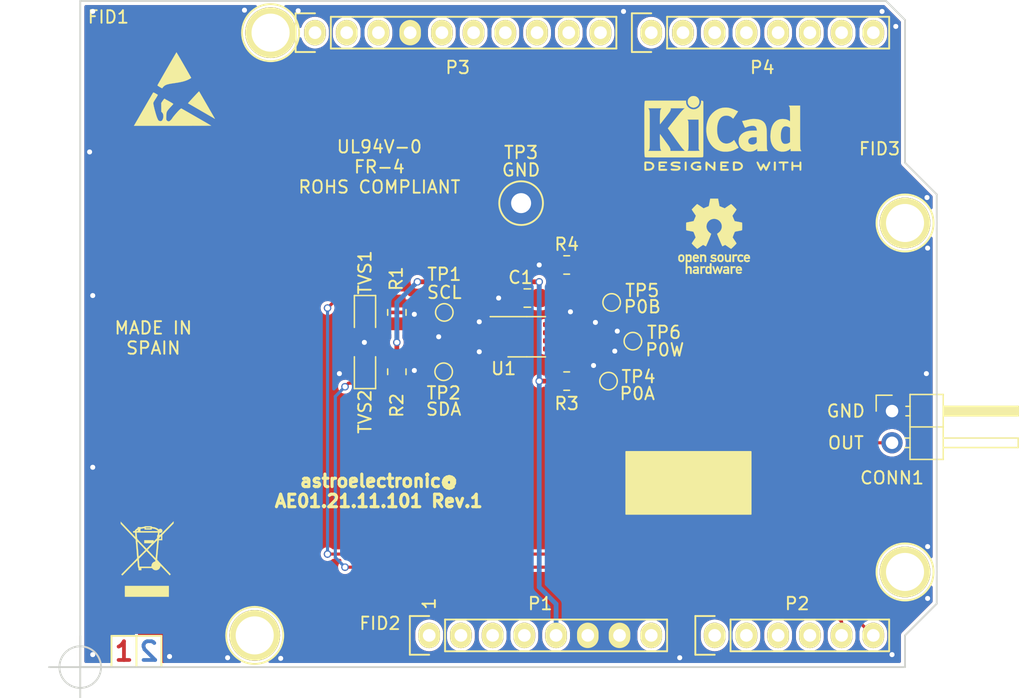
<source format=kicad_pcb>
(kicad_pcb (version 20171130) (host pcbnew 5.1.7-a382d34a8~87~ubuntu16.04.1)
  (title_block (title "MCP4531T-103E/MS I2C digital potentiometer") (date 2020-11-04) (rev 1) (company astroelectronic@))
  (layers (0 F.Cu signal) (31 B.Cu signal) (34 B.Paste user) (35 F.Paste user) (36 B.SilkS user) (37 F.SilkS user) (38 B.Mask user) (39 F.Mask user) (44 Edge.Cuts user))
  (net 0 "")
  (net 1 /IOREF)
  (net 2 /Reset)
  (net 3 +5V)
  (net 4 GND)
  (net 5 /Vin)
  (net 6 /A0)
  (net 7 /A1)
  (net 8 /A2)
  (net 9 /A3)
  (net 10 /AREF)
  (net 11 "/A4(SDA)")
  (net 12 "/A5(SCL)")
  (net 13 "/9(**)")
  (net 14 /8)
  (net 15 /7)
  (net 16 "/6(**)")
  (net 17 "/5(**)")
  (net 18 /4)
  (net 19 "/3(**)")
  (net 20 /2)
  (net 21 "/1(Tx)")
  (net 22 "/0(Rx)")
  (net 23 "Net-(P5-Pad1)")
  (net 24 "Net-(P6-Pad1)")
  (net 25 "Net-(P7-Pad1)")
  (net 26 "Net-(P8-Pad1)")
  (net 27 "/13(SCK)")
  (net 28 "/10(**/SS)")
  (net 29 "Net-(P1-Pad1)")
  (net 30 +3V3)
  (net 31 "/12(MISO)")
  (net 32 "/11(**/MOSI)")
  (net 33 /P0A)
  (net 34 /P0B)
  (net 35 /P0W)
  (module Symbol:KiCad-Logo2_5mm_SilkScreen (layer F.Cu) (at 162.448 83.615)
    (fp_text reference REF** hide)
    (fp_text value KiCad-Logo2_5mm_SilkScreen hide)
  )
  (module Symbol:WEEE-Logo_4.2x6mm_SilkScreen (layer F.Cu) (at 116.348 117.715)
    (fp_text reference REF** hide)
    (fp_text value WEEE-Logo_4.2x6mm_SilkScreen hide)
  )
  (module Symbol:OSHW-Logo_5.7x6mm_SilkScreen (layer F.Cu) (at 161.748 91.865)
    (fp_text reference REF** hide)
    (fp_text value OSHW-Logo_5.7x6mm_SilkScreen hide)
  )
  (module Symbol:ESD-Logo_6.6x6mm_SilkScreen (layer F.Cu) (at 118.548 80.065)
    (fp_text reference REF** hide)
    (fp_text value ESD-Logo_6.6x6mm_SilkScreen hide)
  )
  (module Socket_Arduino_Uno:Socket_Strip_Arduino_1x08 (layer F.Cu) (at 138.938 123.825)
    (fp_text reference P1 (at 8.89 -2.54) (layer F.SilkS))
    (fp_text value Power)
    (pad 1 thru_hole oval (at 0 0) (size 1.7272 2.032) (drill 1.016) (layers *.Cu *.Mask F.SilkS) (net 29 "Net-(P1-Pad1)"))
    (pad 2 thru_hole oval (at 2.54 0) (size 1.7272 2.032) (drill 1.016) (layers *.Cu *.Mask F.SilkS) (net 1 /IOREF))
    (pad 3 thru_hole oval (at 5.08 0) (size 1.7272 2.032) (drill 1.016) (layers *.Cu *.Mask F.SilkS) (net 2 /Reset))
    (pad 4 thru_hole oval (at 7.62 0) (size 1.7272 2.032) (drill 1.016) (layers *.Cu *.Mask F.SilkS) (net 30 +3V3))
    (pad 5 thru_hole oval (at 10.16 0) (size 1.7272 2.032) (drill 1.016) (layers *.Cu *.Mask F.SilkS) (net 3 +5V))
    (pad 6 thru_hole oval (at 12.7 0) (size 1.7272 2.032) (drill 1.016) (layers *.Cu *.Mask F.SilkS) (net 4 GND))
    (pad 7 thru_hole oval (at 15.24 0) (size 1.7272 2.032) (drill 1.016) (layers *.Cu *.Mask F.SilkS) (net 4 GND))
    (pad 8 thru_hole oval (at 17.78 0) (size 1.7272 2.032) (drill 1.016) (layers *.Cu *.Mask F.SilkS) (net 5 /Vin))
  )
  (module Socket_Arduino_Uno:Socket_Strip_Arduino_1x06 (layer F.Cu) (at 161.798 123.825)
    (fp_text reference P2 (at 6.604 -2.54) (layer F.SilkS))
    (fp_text value Analog)
    (pad 1 thru_hole oval (at 0 0) (size 1.7272 2.032) (drill 1.016) (layers *.Cu *.Mask F.SilkS) (net 6 /A0))
    (pad 2 thru_hole oval (at 2.54 0) (size 1.7272 2.032) (drill 1.016) (layers *.Cu *.Mask F.SilkS) (net 7 /A1))
    (pad 3 thru_hole oval (at 5.08 0) (size 1.7272 2.032) (drill 1.016) (layers *.Cu *.Mask F.SilkS) (net 8 /A2))
    (pad 4 thru_hole oval (at 7.62 0) (size 1.7272 2.032) (drill 1.016) (layers *.Cu *.Mask F.SilkS) (net 9 /A3))
    (pad 5 thru_hole oval (at 10.16 0) (size 1.7272 2.032) (drill 1.016) (layers *.Cu *.Mask F.SilkS) (net 11 "/A4(SDA)"))
    (pad 6 thru_hole oval (at 12.7 0) (size 1.7272 2.032) (drill 1.016) (layers *.Cu *.Mask F.SilkS) (net 12 "/A5(SCL)"))
  )
  (module Socket_Arduino_Uno:Socket_Strip_Arduino_1x10 (layer F.Cu) (at 129.794 75.565)
    (fp_text reference P3 (at 11.43 2.794) (layer F.SilkS))
    (fp_text value Digital)
    (pad 1 thru_hole oval (at 0 0) (size 1.7272 2.032) (drill 1.016) (layers *.Cu *.Mask F.SilkS) (net 12 "/A5(SCL)"))
    (pad 2 thru_hole oval (at 2.54 0) (size 1.7272 2.032) (drill 1.016) (layers *.Cu *.Mask F.SilkS) (net 11 "/A4(SDA)"))
    (pad 3 thru_hole oval (at 5.08 0) (size 1.7272 2.032) (drill 1.016) (layers *.Cu *.Mask F.SilkS) (net 10 /AREF))
    (pad 4 thru_hole oval (at 7.62 0) (size 1.7272 2.032) (drill 1.016) (layers *.Cu *.Mask F.SilkS) (net 4 GND))
    (pad 5 thru_hole oval (at 10.16 0) (size 1.7272 2.032) (drill 1.016) (layers *.Cu *.Mask F.SilkS) (net 27 "/13(SCK)"))
    (pad 6 thru_hole oval (at 12.7 0) (size 1.7272 2.032) (drill 1.016) (layers *.Cu *.Mask F.SilkS) (net 31 "/12(MISO)"))
    (pad 7 thru_hole oval (at 15.24 0) (size 1.7272 2.032) (drill 1.016) (layers *.Cu *.Mask F.SilkS) (net 32 "/11(**/MOSI)"))
    (pad 8 thru_hole oval (at 17.78 0) (size 1.7272 2.032) (drill 1.016) (layers *.Cu *.Mask F.SilkS) (net 28 "/10(**/SS)"))
    (pad 9 thru_hole oval (at 20.32 0) (size 1.7272 2.032) (drill 1.016) (layers *.Cu *.Mask F.SilkS) (net 13 "/9(**)"))
    (pad 10 thru_hole oval (at 22.86 0) (size 1.7272 2.032) (drill 1.016) (layers *.Cu *.Mask F.SilkS) (net 14 /8))
  )
  (module Socket_Arduino_Uno:Socket_Strip_Arduino_1x08 (layer F.Cu) (at 156.718 75.565)
    (fp_text reference P4 (at 8.89 2.794) (layer F.SilkS))
    (fp_text value Digital)
    (pad 1 thru_hole oval (at 0 0) (size 1.7272 2.032) (drill 1.016) (layers *.Cu *.Mask F.SilkS) (net 15 /7))
    (pad 2 thru_hole oval (at 2.54 0) (size 1.7272 2.032) (drill 1.016) (layers *.Cu *.Mask F.SilkS) (net 16 "/6(**)"))
    (pad 3 thru_hole oval (at 5.08 0) (size 1.7272 2.032) (drill 1.016) (layers *.Cu *.Mask F.SilkS) (net 17 "/5(**)"))
    (pad 4 thru_hole oval (at 7.62 0) (size 1.7272 2.032) (drill 1.016) (layers *.Cu *.Mask F.SilkS) (net 18 /4))
    (pad 5 thru_hole oval (at 10.16 0) (size 1.7272 2.032) (drill 1.016) (layers *.Cu *.Mask F.SilkS) (net 19 "/3(**)"))
    (pad 6 thru_hole oval (at 12.7 0) (size 1.7272 2.032) (drill 1.016) (layers *.Cu *.Mask F.SilkS) (net 20 /2))
    (pad 7 thru_hole oval (at 15.24 0) (size 1.7272 2.032) (drill 1.016) (layers *.Cu *.Mask F.SilkS) (net 21 "/1(Tx)"))
    (pad 8 thru_hole oval (at 17.78 0) (size 1.7272 2.032) (drill 1.016) (layers *.Cu *.Mask F.SilkS) (net 22 "/0(Rx)"))
  )
  (module Socket_Arduino_Uno:Arduino_1pin (layer F.Cu) (at 124.968 123.825)
    (fp_text reference P5 hide)
    (fp_text value CONN_01X01 hide)
    (pad 1 thru_hole circle (at 0 0) (size 4.064 4.064) (drill 3.048) (layers *.Cu *.Mask F.SilkS) (net 23 "Net-(P5-Pad1)"))
  )
  (module Socket_Arduino_Uno:Arduino_1pin (layer F.Cu) (at 177.038 118.745)
    (fp_text reference P6 hide)
    (fp_text value CONN_01X01 hide)
    (pad 1 thru_hole circle (at 0 0) (size 4.064 4.064) (drill 3.048) (layers *.Cu *.Mask F.SilkS) (net 24 "Net-(P6-Pad1)"))
  )
  (module Socket_Arduino_Uno:Arduino_1pin (layer F.Cu) (at 126.238 75.565)
    (fp_text reference P7 hide)
    (fp_text value CONN_01X01 hide)
    (pad 1 thru_hole circle (at 0 0) (size 4.064 4.064) (drill 3.048) (layers *.Cu *.Mask F.SilkS) (net 25 "Net-(P7-Pad1)"))
  )
  (module Socket_Arduino_Uno:Arduino_1pin (layer F.Cu) (at 177.038 90.805)
    (fp_text reference P8 hide)
    (fp_text value CONN_01X01 hide)
    (pad 1 thru_hole circle (at 0 0) (size 4.064 4.064) (drill 3.048) (layers *.Cu *.Mask F.SilkS) (net 26 "Net-(P8-Pad1)"))
  )
  (module Capacitor_SMD:C_0805_2012Metric (layer F.Cu) (at 146.798 96.815 180)
    (fp_text reference C1 (at 0.55 1.65) (layer F.SilkS))
    (fp_text value 100nF)
    (pad 1 smd roundrect (at -0.95 0 180) (size 1 1.45) (layers F.Cu F.Paste F.Mask) (net 3 +5V))
    (pad 2 smd roundrect (at 0.95 0 180) (size 1 1.45) (layers F.Cu F.Paste F.Mask) (net 4 GND))
  )
  (module Resistor_SMD:R_0805_2012Metric (layer F.Cu) (at 136.348 97.965 90)
    (fp_text reference R1 (at 2.7 -0.05 90) (layer F.SilkS))
    (fp_text value 10k)
    (pad 1 smd roundrect (at -0.9125 0 90) (size 1.025 1.4) (layers F.Cu F.Paste F.Mask) (roundrect_rratio 0.2439014634146341) (net 3 +5V))
    (pad 2 smd roundrect (at 0.9125 0 90) (size 1.025 1.4) (layers F.Cu F.Paste F.Mask) (roundrect_rratio 0.2439014634146341) (net 12 "/A5(SCL)"))
  )
  (module Resistor_SMD:R_0805_2012Metric (layer F.Cu) (at 136.348 102.715 270)
    (fp_text reference R2 (at 2.7 0 90) (layer F.SilkS))
    (fp_text value 10k)
    (pad 2 smd roundrect (at 0.9125 0 270) (size 1.025 1.4) (layers F.Cu F.Paste F.Mask) (roundrect_rratio 0.2439014634146341) (net 11 "/A4(SDA)"))
    (pad 1 smd roundrect (at -0.9125 0 270) (size 1.025 1.4) (layers F.Cu F.Paste F.Mask) (roundrect_rratio 0.2439014634146341) (net 3 +5V))
  )
  (module Resistor_SMD:R_0805_2012Metric (layer F.Cu) (at 149.948 103.465)
    (fp_text reference R3 (at 0 1.8) (layer F.SilkS))
    (fp_text value 10k)
    (pad 2 smd roundrect (at 0.9125 0) (size 1.025 1.4) (layers F.Cu F.Paste F.Mask) (roundrect_rratio 0.2439014634146341) (net 33 /P0A))
    (pad 1 smd roundrect (at -0.9125 0) (size 1.025 1.4) (layers F.Cu F.Paste F.Mask) (roundrect_rratio 0.2439014634146341) (net 3 +5V))
  )
  (module Resistor_SMD:R_0805_2012Metric (layer F.Cu) (at 149.948 94.165 180)
    (fp_text reference R4 (at 0 1.65) (layer F.SilkS))
    (fp_text value 10k)
    (pad 1 smd roundrect (at -0.9125 0 180) (size 1.025 1.4) (layers F.Cu F.Paste F.Mask) (roundrect_rratio 0.2439014634146341) (net 34 /P0B))
    (pad 2 smd roundrect (at 0.9125 0 180) (size 1.025 1.4) (layers F.Cu F.Paste F.Mask) (roundrect_rratio 0.2439014634146341) (net 4 GND))
  )
  (module TestPoint:TestPoint_Pad_D1.0mm (layer F.Cu) (at 140.148 97.965)
    (fp_text reference TP1 (at 0 -3.05) (layer F.SilkS))
    (fp_text value SCL (at 0 -1.6) (layer F.SilkS))
    (pad 1 smd circle (at 0 0) (size 1 1) (layers F.Cu F.Mask) (net 12 "/A5(SCL)"))
  )
  (module TestPoint:TestPoint_Pad_D1.0mm (layer F.Cu) (at 140.098 102.715)
    (fp_text reference TP2 (at 0 1.7) (layer F.SilkS))
    (fp_text value SDA (at 0 3) (layer F.SilkS))
    (pad 1 smd circle (at 0 0) (size 1 1) (layers F.Cu F.Mask) (net 11 "/A4(SDA)"))
  )
  (module TestPoint:TestPoint_Keystone_5010-5014_Multipurpose (layer F.Cu) (at 146.298 89.215)
    (fp_text reference TP3 (at 0 -4.05) (layer F.SilkS))
    (fp_text value GND (at 0 -2.65) (layer F.SilkS))
    (pad 1 thru_hole circle (at 0 0) (size 2.8 2.8) (drill 1.6) (layers *.Cu *.Mask) (net 4 GND))
  )
  (module TestPoint:TestPoint_Pad_D1.0mm (layer F.Cu) (at 153.298 103.465)
    (fp_text reference TP4 (at 2.4 -0.35) (layer F.SilkS))
    (fp_text value P0A (at 2.3 1) (layer F.SilkS))
    (pad 1 smd circle (at 0 0) (size 1 1) (layers F.Cu F.Mask) (net 33 /P0A))
  )
  (module TestPoint:TestPoint_Pad_D1.0mm (layer F.Cu) (at 153.548 97.165)
    (fp_text reference TP5 (at 2.45 -0.95) (layer F.SilkS))
    (fp_text value P0B (at 2.45 0.35) (layer F.SilkS))
    (pad 1 smd circle (at 0 0) (size 1 1) (layers F.Cu F.Mask) (net 34 /P0B))
  )
  (module TestPoint:TestPoint_Pad_D1.0mm (layer F.Cu) (at 155.248 100.265)
    (fp_text reference TP6 (at 2.5 -0.7) (layer F.SilkS))
    (fp_text value P0W (at 2.55 0.7) (layer F.SilkS))
    (pad 1 smd circle (at 0 0) (size 1 1) (layers F.Cu F.Mask) (net 35 /P0W))
  )
  (module Package_SO:MSOP-8_3x3mm_P0.65mm (layer F.Cu) (at 146.748 99.915)
    (fp_text reference U1 (at -1.85 2.55) (layer F.SilkS))
    (fp_text value MCP4531T-103E_MS)
    (pad 1 smd roundrect (at -2.1125 -0.975) (size 1.625 0.4) (layers F.Cu F.Paste F.Mask) (net 4 GND))
    (pad 2 smd roundrect (at -2.1125 -0.325) (size 1.625 0.4) (layers F.Cu F.Paste F.Mask) (net 12 "/A5(SCL)"))
    (pad 3 smd roundrect (at -2.1125 0.325) (size 1.625 0.4) (layers F.Cu F.Paste F.Mask) (net 11 "/A4(SDA)"))
    (pad 4 smd roundrect (at -2.1125 0.975) (size 1.625 0.4) (layers F.Cu F.Paste F.Mask) (net 4 GND))
    (pad 5 smd roundrect (at 2.1125 0.975) (size 1.625 0.4) (layers F.Cu F.Paste F.Mask) (net 33 /P0A))
    (pad 6 smd roundrect (at 2.1125 0.325) (size 1.625 0.4) (layers F.Cu F.Paste F.Mask) (net 35 /P0W))
    (pad 7 smd roundrect (at 2.1125 -0.325) (size 1.625 0.4) (layers F.Cu F.Paste F.Mask) (net 34 /P0B))
    (pad 8 smd roundrect (at 2.1125 -0.975) (size 1.625 0.4) (layers F.Cu F.Paste F.Mask) (net 3 +5V))
  )
  (module Diode_SMD:D_SOD-323 (layer F.Cu) (at 133.798 98.115 270)
    (fp_text reference TVS1 (at -3.35 0 90) (layer F.SilkS))
    (fp_text value DESD5V0S1BA-7)
    (pad 1 smd rect (at -1.05 0 270) (size 0.6 0.45) (layers F.Cu F.Paste F.Mask) (net 12 "/A5(SCL)"))
    (pad 2 smd rect (at 1.05 0 270) (size 0.6 0.45) (layers F.Cu F.Paste F.Mask) (net 4 GND))
  )
  (module Diode_SMD:D_SOD-323 (layer F.Cu) (at 133.798 102.565 90)
    (fp_text reference TVS2 (at -3.35 0 90) (layer F.SilkS))
    (fp_text value DESD5V0S1BA-7)
    (pad 2 smd rect (at 1.05 0 90) (size 0.6 0.45) (layers F.Cu F.Paste F.Mask) (net 4 GND))
    (pad 1 smd rect (at -1.05 0 90) (size 0.6 0.45) (layers F.Cu F.Paste F.Mask) (net 11 "/A4(SDA)"))
  )
  (module Connector_PinHeader_2.54mm:PinHeader_1x02_P2.54mm_Horizontal (layer F.Cu) (at 175.998 105.865)
    (fp_text reference CONN1 (at 0 5.35) (layer F.SilkS))
    (fp_text value OUT)
    (pad 1 thru_hole rect (at 0 0) (size 1.7 1.7) (drill 1) (layers *.Cu *.Mask) (net 4 GND))
    (pad 2 thru_hole oval (at 0 2.54) (size 1.7 1.7) (drill 1) (layers *.Cu *.Mask) (net 35 /P0W))
  )
  (module Fiducial:Fiducial_0.5mm_Mask1mm (layer F.Cu) (at 113.248 75.815)
    (fp_text reference FID1 (at 0 -1.5) (layer F.SilkS))
    (fp_text value Fiducial)
    (pad "" smd circle (at 0 0) (size 0.5 0.5) (layers F.Cu F.Mask) (clearance 0.25))
  )
  (module Fiducial:Fiducial_0.5mm_Mask1mm (layer F.Cu) (at 134.998 124.365)
    (fp_text reference FID2 (at 0 -1.5) (layer F.SilkS))
    (fp_text value Fiducial)
    (pad "" smd circle (at 0 0) (size 0.5 0.5) (layers F.Cu F.Mask) (clearance 0.25))
  )
  (module Fiducial:Fiducial_0.5mm_Mask1mm (layer F.Cu) (at 174.998 86.365)
    (fp_text reference FID3 (at 0 -1.5) (layer F.SilkS))
    (fp_text value Fiducial)
    (pad "" smd circle (at 0 0) (size 0.5 0.5) (layers F.Cu F.Mask) (clearance 0.25))
  )
  (target plus (at 110.998 126.365) (size 5) (width 0.15) (layer Edge.Cuts))
  (gr_text "MADE IN\nSPAIN" (at 116.848 100.015) (layer F.SilkS) (effects (font (size 1 1))))
  (gr_poly (pts (xy 164.698 114.115) (xy 154.698 114.115) (xy 154.698 109.115) (xy 164.698 109.115)) (layer F.SilkS) (width 0.1))
  (gr_line (start 115.498 126.365) (end 115.498 123.865) (layer F.SilkS) (width 0.15))
  (gr_line (start 117.498 126.365) (end 113.498 126.365) (layer F.SilkS) (width 0.15))
  (gr_line (start 117.498 123.865) (end 117.498 126.365) (layer F.SilkS) (width 0.15))
  (gr_line (start 113.498 123.865) (end 117.498 123.865) (layer F.SilkS) (width 0.15))
  (gr_line (start 113.498 126.365) (end 113.498 123.865) (layer F.SilkS) (width 0.15))
  (gr_text 2 (at 116.498 125.115) (layer B.Cu) (effects (font (size 1.5 1.5) (thickness 0.3)) (justify mirror)))
  (gr_text 1 (at 114.498 125.115) (layer F.Cu) (effects (font (size 1.5 1.5) (thickness 0.3))))
  (gr_text "UL94V-0\nFR-4\nROHS COMPLIANT" (at 134.948 86.315) (layer F.SilkS) (effects (font (size 1 1))))
  (gr_text "astroelectronic@\nAE01.21.11.101 Rev.1" (at 134.898 112.265) (layer F.SilkS) (effects (font (size 1 1) (thickness 0.25))))
  (gr_text OUT (at 172.298 108.415) (layer F.SilkS) (effects (font (size 1 1))))
  (gr_text GND (at 172.298 105.865) (layer F.SilkS) (effects (font (size 1 1))))
  (gr_text 1 (at 138.938 121.285 90) (layer F.SilkS) (effects (font (size 1 1))))
  (gr_line (start 177.038 74.549) (end 175.514 73.025) (angle 90) (layer Edge.Cuts) (width 0.15))
  (gr_line (start 177.038 85.979) (end 177.038 74.549) (angle 90) (layer Edge.Cuts) (width 0.15))
  (gr_line (start 179.578 88.519) (end 177.038 85.979) (angle 90) (layer Edge.Cuts) (width 0.15))
  (gr_line (start 179.578 121.285) (end 179.578 88.519) (angle 90) (layer Edge.Cuts) (width 0.15))
  (gr_line (start 177.038 123.825) (end 179.578 121.285) (angle 90) (layer Edge.Cuts) (width 0.15))
  (gr_line (start 177.038 126.365) (end 177.038 123.825) (angle 90) (layer Edge.Cuts) (width 0.15))
  (gr_line (start 110.998 126.365) (end 177.038 126.365) (angle 90) (layer Edge.Cuts) (width 0.15))
  (gr_line (start 110.998 73.025) (end 110.998 126.365) (angle 90) (layer Edge.Cuts) (width 0.15))
  (gr_line (start 175.514 73.025) (end 110.998 73.025) (angle 90) (layer Edge.Cuts) (width 0.15))
  (segment (start 147.748 96.815) (end 150.648 96.815) (width 0.381) (layer F.Cu) (net 3))
  (segment (start 150.648 96.815) (end 151.398 97.565) (width 0.381) (layer F.Cu) (net 3))
  (segment (start 151.398 97.565) (end 151.398 98.365) (width 0.381) (layer F.Cu) (net 3))
  (segment (start 150.823 98.94) (end 148.8605 98.94) (width 0.381) (layer F.Cu) (net 3))
  (segment (start 151.398 98.365) (end 150.823 98.94) (width 0.381) (layer F.Cu) (net 3))
  (segment (start 149.098 121.315) (end 149.098 123.825) (width 0.381) (layer B.Cu) (net 3))
  (segment (start 147.748 119.965) (end 149.098 121.315) (width 0.381) (layer B.Cu) (net 3))
  (via (at 147.748 103.465) (size 0.6) (drill 0.4) (layers F.Cu B.Cu) (net 3))
  (segment (start 149.0355 103.465) (end 147.748 103.465) (width 0.381) (layer F.Cu) (net 3))
  (segment (start 147.748 103.465) (end 147.748 119.965) (width 0.381) (layer B.Cu) (net 3))
  (segment (start 147.748 95.515) (end 147.748 103.465) (width 0.381) (layer B.Cu) (net 3))
  (segment (start 147.748 96.815) (end 147.748 95.515) (width 0.381) (layer F.Cu) (net 3))
  (via (at 147.748 95.515) (size 0.6) (drill 0.4) (layers F.Cu B.Cu) (net 3))
  (via (at 137.998 95.515) (size 0.6) (drill 0.4) (layers F.Cu B.Cu) (net 3))
  (segment (start 147.748 95.515) (end 137.998 95.515) (width 0.381) (layer F.Cu) (net 3))
  (segment (start 137.998 95.515) (end 136.348 97.165) (width 0.381) (layer B.Cu) (net 3))
  (via (at 136.348 100.365) (size 0.6) (drill 0.4) (layers F.Cu B.Cu) (net 3))
  (segment (start 136.348 97.165) (end 136.348 100.365) (width 0.381) (layer B.Cu) (net 3))
  (segment (start 136.348 100.365) (end 136.348 98.8775) (width 0.381) (layer F.Cu) (net 3))
  (segment (start 136.348 101.8025) (end 136.348 100.365) (width 0.381) (layer F.Cu) (net 3))
  (via (at 111.998 125.365) (size 0.6) (drill 0.4) (layers F.Cu B.Cu) (net 4))
  (via (at 111.998 73.865) (size 0.6) (drill 0.4) (layers F.Cu B.Cu) (net 4))
  (via (at 175.998 125.365) (size 0.6) (drill 0.4) (layers F.Cu B.Cu) (net 4))
  (via (at 178.848 120.865) (size 0.6) (drill 0.4) (layers F.Cu B.Cu) (net 4))
  (via (at 178.848 116.715) (size 0.6) (drill 0.4) (layers F.Cu B.Cu) (net 4))
  (via (at 128.448 73.815) (size 0.6) (drill 0.4) (layers F.Cu B.Cu) (net 4))
  (via (at 124.148 73.765) (size 0.6) (drill 0.4) (layers F.Cu B.Cu) (net 4))
  (via (at 178.798 88.765) (size 0.6) (drill 0.4) (layers F.Cu B.Cu) (net 4))
  (via (at 178.848 92.815) (size 0.6) (drill 0.4) (layers F.Cu B.Cu) (net 4))
  (via (at 118.148 125.515) (size 0.6) (drill 0.4) (layers F.Cu B.Cu) (net 4))
  (via (at 122.798 125.615) (size 0.6) (drill 0.4) (layers F.Cu B.Cu) (net 4))
  (via (at 127.048 125.665) (size 0.6) (drill 0.4) (layers F.Cu B.Cu) (net 4))
  (via (at 158.998 125.615) (size 0.6) (drill 0.4) (layers F.Cu B.Cu) (net 4))
  (via (at 154.498 73.865) (size 0.6) (drill 0.4) (layers F.Cu B.Cu) (net 4))
  (via (at 175.198 73.865) (size 0.6) (drill 0.4) (layers F.Cu B.Cu) (net 4))
  (via (at 176.298 75.065) (size 0.6) (drill 0.4) (layers F.Cu B.Cu) (net 4))
  (via (at 147.748 94.165) (size 0.6) (drill 0.4) (layers F.Cu B.Cu) (net 4))
  (segment (start 149.0355 94.165) (end 147.748 94.165) (width 0.25) (layer F.Cu) (net 4))
  (via (at 144.498 96.815) (size 0.6) (drill 0.4) (layers F.Cu B.Cu) (net 4))
  (segment (start 145.848 96.815) (end 144.498 96.815) (width 0.25) (layer F.Cu) (net 4))
  (via (at 142.948 101.115) (size 0.6) (drill 0.4) (layers F.Cu B.Cu) (net 4))
  (segment (start 143.173 100.89) (end 142.948 101.115) (width 0.25) (layer F.Cu) (net 4))
  (segment (start 144.6355 100.89) (end 143.173 100.89) (width 0.25) (layer F.Cu) (net 4))
  (via (at 142.948 98.715) (size 0.6) (drill 0.4) (layers F.Cu B.Cu) (net 4))
  (segment (start 143.173 98.94) (end 142.948 98.715) (width 0.25) (layer F.Cu) (net 4))
  (segment (start 144.6355 98.94) (end 143.173 98.94) (width 0.25) (layer F.Cu) (net 4))
  (via (at 150.248 97.915) (size 0.6) (drill 0.4) (layers F.Cu B.Cu) (net 4))
  (via (at 152.248 98.765) (size 0.6) (drill 0.4) (layers F.Cu B.Cu) (net 4))
  (via (at 153.998 99.465) (size 0.6) (drill 0.4) (layers F.Cu B.Cu) (net 4))
  (via (at 153.798 101.065) (size 0.6) (drill 0.4) (layers F.Cu B.Cu) (net 4))
  (via (at 152.098 102.215) (size 0.6) (drill 0.4) (layers F.Cu B.Cu) (net 4))
  (via (at 139.698 99.915) (size 0.6) (drill 0.4) (layers F.Cu B.Cu) (net 4))
  (via (at 131.748 102.865) (size 0.6) (drill 0.4) (layers F.Cu B.Cu) (net 4))
  (via (at 137.748 98.115) (size 0.6) (drill 0.4) (layers F.Cu B.Cu) (net 4))
  (via (at 137.748 102.615) (size 0.6) (drill 0.4) (layers F.Cu B.Cu) (net 4))
  (via (at 133.748 100.365) (size 0.6) (drill 0.4) (layers F.Cu B.Cu) (net 4))
  (via (at 111.998 110.365) (size 0.6) (drill 0.4) (layers F.Cu B.Cu) (net 4))
  (via (at 111.998 96.615) (size 0.6) (drill 0.4) (layers F.Cu B.Cu) (net 4))
  (via (at 111.748 85.115) (size 0.6) (drill 0.4) (layers F.Cu B.Cu) (net 4))
  (via (at 178.748 102.865) (size 0.6) (drill 0.4) (layers F.Cu B.Cu) (net 4))
  (segment (start 144.6355 100.24) (end 140.773 100.24) (width 0.25) (layer F.Cu) (net 11))
  (segment (start 140.098 100.915) (end 140.098 102.715) (width 0.25) (layer F.Cu) (net 11))
  (segment (start 140.773 100.24) (end 140.098 100.915) (width 0.25) (layer F.Cu) (net 11))
  (via (at 132.198 103.915) (size 0.6) (drill 0.4) (layers F.Cu B.Cu) (net 11))
  (via (at 132.198 118.365) (size 0.6) (drill 0.4) (layers F.Cu B.Cu) (net 11))
  (segment (start 167.598 118.365) (end 132.198 118.365) (width 0.25) (layer F.Cu) (net 11))
  (segment (start 171.958 122.725) (end 167.598 118.365) (width 0.25) (layer F.Cu) (net 11))
  (segment (start 171.958 123.825) (end 171.958 122.725) (width 0.25) (layer F.Cu) (net 11))
  (segment (start 139.1855 103.6275) (end 140.098 102.715) (width 0.25) (layer F.Cu) (net 11))
  (segment (start 136.348 103.6275) (end 139.1855 103.6275) (width 0.25) (layer F.Cu) (net 11))
  (segment (start 132.4855 103.6275) (end 132.198 103.915) (width 0.25) (layer F.Cu) (net 11))
  (segment (start 136.348 103.6275) (end 132.4855 103.6275) (width 0.25) (layer F.Cu) (net 11))
  (segment (start 132.198 118.365) (end 131.423001 117.590001) (width 0.25) (layer B.Cu) (net 11))
  (segment (start 131.423001 104.689999) (end 132.198 103.915) (width 0.25) (layer B.Cu) (net 11))
  (segment (start 131.423001 117.590001) (end 131.423001 104.689999) (width 0.25) (layer B.Cu) (net 11))
  (segment (start 144.6355 99.59) (end 140.823 99.59) (width 0.25) (layer F.Cu) (net 12))
  (segment (start 140.148 98.915) (end 140.148 97.965) (width 0.25) (layer F.Cu) (net 12))
  (segment (start 140.823 99.59) (end 140.148 98.915) (width 0.25) (layer F.Cu) (net 12))
  (via (at 130.798 117.315) (size 0.6) (drill 0.4) (layers F.Cu B.Cu) (net 12))
  (segment (start 174.498 123.825) (end 174.458 123.825) (width 0.25) (layer F.Cu) (net 12))
  (segment (start 174.458 123.825) (end 167.948 117.315) (width 0.25) (layer F.Cu) (net 12))
  (segment (start 167.948 117.315) (end 130.798 117.315) (width 0.25) (layer F.Cu) (net 12))
  (segment (start 139.2355 97.0525) (end 140.148 97.965) (width 0.25) (layer F.Cu) (net 12))
  (segment (start 136.348 97.0525) (end 139.2355 97.0525) (width 0.25) (layer F.Cu) (net 12))
  (segment (start 136.348 97.0525) (end 131.3605 97.0525) (width 0.25) (layer F.Cu) (net 12))
  (via (at 130.798 97.615) (size 0.6) (drill 0.4) (layers F.Cu B.Cu) (net 12))
  (segment (start 131.3605 97.0525) (end 130.798 97.615) (width 0.25) (layer F.Cu) (net 12))
  (segment (start 130.798 117.315) (end 130.798 97.615) (width 0.25) (layer B.Cu) (net 12))
  (segment (start 148.8605 100.89) (end 152.423 100.89) (width 0.25) (layer F.Cu) (net 33))
  (segment (start 153.298 101.765) (end 153.298 103.465) (width 0.25) (layer F.Cu) (net 33))
  (segment (start 152.423 100.89) (end 153.298 101.765) (width 0.25) (layer F.Cu) (net 33))
  (segment (start 150.8605 103.465) (end 153.298 103.465) (width 0.25) (layer F.Cu) (net 33))
  (segment (start 148.8605 99.59) (end 152.623 99.59) (width 0.25) (layer F.Cu) (net 34))
  (segment (start 153.548 98.665) (end 153.548 97.165) (width 0.25) (layer F.Cu) (net 34))
  (segment (start 152.623 99.59) (end 153.548 98.665) (width 0.25) (layer F.Cu) (net 34))
  (segment (start 150.8605 94.165) (end 153.098 94.165) (width 0.25) (layer F.Cu) (net 34))
  (segment (start 153.548 94.615) (end 153.548 97.165) (width 0.25) (layer F.Cu) (net 34))
  (segment (start 153.098 94.165) (end 153.548 94.615) (width 0.25) (layer F.Cu) (net 34))
  (segment (start 155.223 100.24) (end 155.248 100.265) (width 0.25) (layer F.Cu) (net 35))
  (segment (start 148.8605 100.24) (end 155.223 100.24) (width 0.25) (layer F.Cu) (net 35))
  (segment (start 155.248 100.265) (end 163.898 100.265) (width 0.25) (layer F.Cu) (net 35))
  (segment (start 172.038 108.405) (end 175.998 108.405) (width 0.25) (layer F.Cu) (net 35))
  (segment (start 163.898 100.265) (end 172.038 108.405) (width 0.25) (layer F.Cu) (net 35))
  (zone (net 4) (net_name GND) (layer B.Cu) (connect_pads yes (clearance 0.254)) (min_thickness 0.254) (fill yes (arc_segments 32) (thermal_gap 0.508) (thermal_bridge_width 0.508) (smoothing fillet))
    (polygon (pts (xy 177.048 74.565) (xy 177.048 85.965) (xy 179.598 88.515) (xy 179.598 121.265) (xy 177.048 123.815) (xy 177.048 126.365) (xy 110.998 126.365) (xy 110.998 73.015) (xy 175.498 73.015)))
  )
  (zone (net 0) (net_name "") (layers F&B.Cu) (connect_pads (clearance 0.508)) (min_thickness 0.254)
    (keepout (tracks not_allowed) (vias not_allowed) (copperpour not_allowed))
    (fill (arc_segments 32) (thermal_gap 0.508) (thermal_bridge_width 0.508))
    (polygon (pts (xy 117.498 126.365) (xy 113.498 126.365) (xy 113.498 123.865) (xy 117.498 123.865)))
  )
  (zone (net 4) (net_name GND) (layer F.Cu) (connect_pads yes (clearance 0.254)) (min_thickness 0.254) (fill yes (arc_segments 32) (thermal_gap 0.508) (thermal_bridge_width 0.508) (smoothing fillet))
    (polygon (pts (xy 177.048 74.565) (xy 177.048 85.965) (xy 179.598 88.515) (xy 179.598 121.265) (xy 177.048 123.815) (xy 177.048 126.365) (xy 110.998 126.365) (xy 110.998 73.015) (xy 175.498 73.015)))
  )
)
</source>
